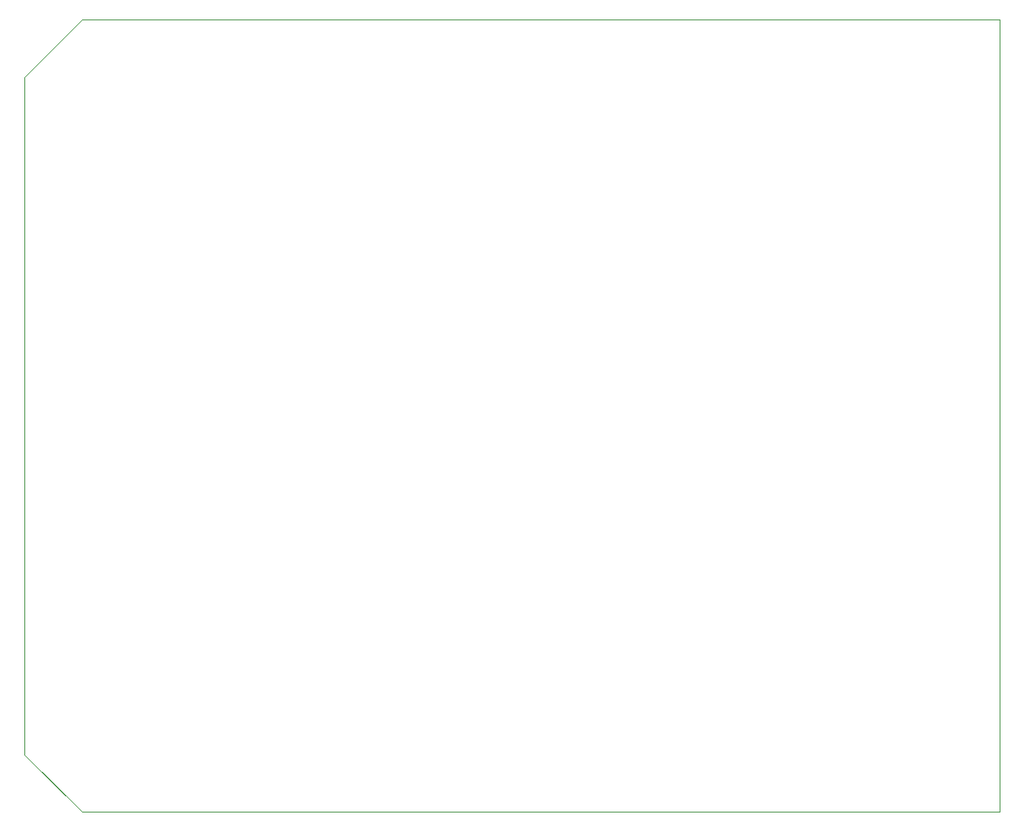
<source format=gm1>
G04 #@! TF.GenerationSoftware,KiCad,Pcbnew,(5.1.6)-1*
G04 #@! TF.CreationDate,2020-10-18T20:37:43-05:00*
G04 #@! TF.ProjectId,DingoPDM,44696e67-6f50-4444-9d2e-6b696361645f,v2*
G04 #@! TF.SameCoordinates,Original*
G04 #@! TF.FileFunction,Profile,NP*
%FSLAX46Y46*%
G04 Gerber Fmt 4.6, Leading zero omitted, Abs format (unit mm)*
G04 Created by KiCad (PCBNEW (5.1.6)-1) date 2020-10-18 20:37:43*
%MOMM*%
%LPD*%
G01*
G04 APERTURE LIST*
G04 #@! TA.AperFunction,Profile*
%ADD10C,0.050000*%
G04 #@! TD*
G04 APERTURE END LIST*
D10*
X209778600Y-122428000D02*
X209778600Y-39878000D01*
X114173000Y-122428000D02*
X209778600Y-122428000D01*
X108178600Y-116433600D02*
X114173000Y-122428000D01*
X108178600Y-45872400D02*
X108178600Y-116433600D01*
X114173000Y-39878000D02*
X108178600Y-45872400D01*
X209778600Y-39878000D02*
X114173000Y-39878000D01*
M02*

</source>
